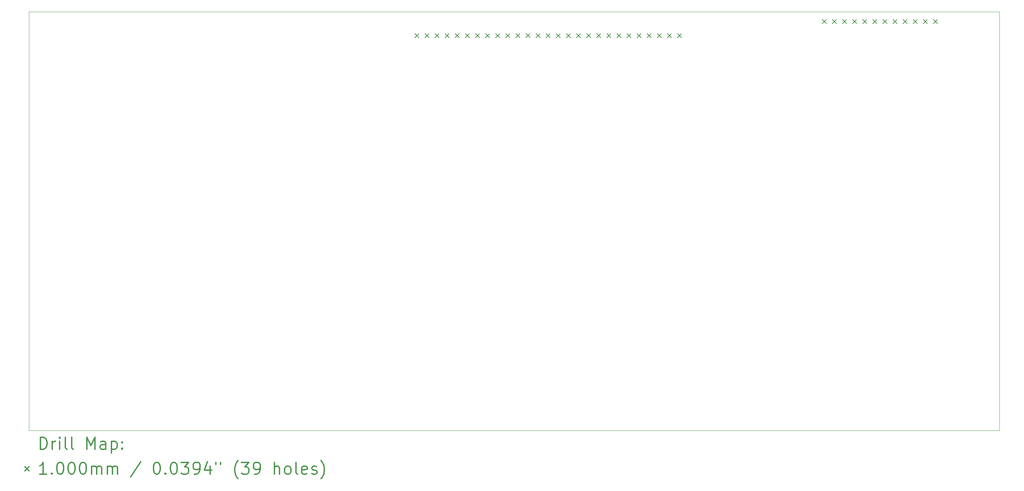
<source format=gbr>
%FSLAX45Y45*%
G04 Gerber Fmt 4.5, Leading zero omitted, Abs format (unit mm)*
G04 Created by KiCad (PCBNEW 5.1.10) date 2021-10-20 11:40:05*
%MOMM*%
%LPD*%
G01*
G04 APERTURE LIST*
%TA.AperFunction,Profile*%
%ADD10C,0.050000*%
%TD*%
%ADD11C,0.200000*%
%ADD12C,0.300000*%
G04 APERTURE END LIST*
D10*
X2250000Y-3000000D02*
X26650000Y-3000000D01*
X2250000Y-13550000D02*
X2250000Y-3000000D01*
X26650000Y-13550000D02*
X2250000Y-13550000D01*
X26650000Y-3000000D02*
X26650000Y-13550000D01*
D11*
X11950000Y-3550000D02*
X12050000Y-3650000D01*
X12050000Y-3550000D02*
X11950000Y-3650000D01*
X12204000Y-3550000D02*
X12304000Y-3650000D01*
X12304000Y-3550000D02*
X12204000Y-3650000D01*
X12458000Y-3550000D02*
X12558000Y-3650000D01*
X12558000Y-3550000D02*
X12458000Y-3650000D01*
X12712000Y-3550000D02*
X12812000Y-3650000D01*
X12812000Y-3550000D02*
X12712000Y-3650000D01*
X12966000Y-3550000D02*
X13066000Y-3650000D01*
X13066000Y-3550000D02*
X12966000Y-3650000D01*
X13220000Y-3550000D02*
X13320000Y-3650000D01*
X13320000Y-3550000D02*
X13220000Y-3650000D01*
X13474000Y-3550000D02*
X13574000Y-3650000D01*
X13574000Y-3550000D02*
X13474000Y-3650000D01*
X13728000Y-3550000D02*
X13828000Y-3650000D01*
X13828000Y-3550000D02*
X13728000Y-3650000D01*
X13982000Y-3550000D02*
X14082000Y-3650000D01*
X14082000Y-3550000D02*
X13982000Y-3650000D01*
X14236000Y-3550000D02*
X14336000Y-3650000D01*
X14336000Y-3550000D02*
X14236000Y-3650000D01*
X14490000Y-3550000D02*
X14590000Y-3650000D01*
X14590000Y-3550000D02*
X14490000Y-3650000D01*
X14744000Y-3550000D02*
X14844000Y-3650000D01*
X14844000Y-3550000D02*
X14744000Y-3650000D01*
X14998000Y-3550000D02*
X15098000Y-3650000D01*
X15098000Y-3550000D02*
X14998000Y-3650000D01*
X15252000Y-3550000D02*
X15352000Y-3650000D01*
X15352000Y-3550000D02*
X15252000Y-3650000D01*
X15506000Y-3550000D02*
X15606000Y-3650000D01*
X15606000Y-3550000D02*
X15506000Y-3650000D01*
X15760000Y-3550000D02*
X15860000Y-3650000D01*
X15860000Y-3550000D02*
X15760000Y-3650000D01*
X16014000Y-3550000D02*
X16114000Y-3650000D01*
X16114000Y-3550000D02*
X16014000Y-3650000D01*
X16268000Y-3550000D02*
X16368000Y-3650000D01*
X16368000Y-3550000D02*
X16268000Y-3650000D01*
X16522000Y-3550000D02*
X16622000Y-3650000D01*
X16622000Y-3550000D02*
X16522000Y-3650000D01*
X16776000Y-3550000D02*
X16876000Y-3650000D01*
X16876000Y-3550000D02*
X16776000Y-3650000D01*
X17030000Y-3550000D02*
X17130000Y-3650000D01*
X17130000Y-3550000D02*
X17030000Y-3650000D01*
X17284000Y-3550000D02*
X17384000Y-3650000D01*
X17384000Y-3550000D02*
X17284000Y-3650000D01*
X17538000Y-3550000D02*
X17638000Y-3650000D01*
X17638000Y-3550000D02*
X17538000Y-3650000D01*
X17792000Y-3550000D02*
X17892000Y-3650000D01*
X17892000Y-3550000D02*
X17792000Y-3650000D01*
X18046000Y-3550000D02*
X18146000Y-3650000D01*
X18146000Y-3550000D02*
X18046000Y-3650000D01*
X18300000Y-3550000D02*
X18400000Y-3650000D01*
X18400000Y-3550000D02*
X18300000Y-3650000D01*
X18554000Y-3550000D02*
X18654000Y-3650000D01*
X18654000Y-3550000D02*
X18554000Y-3650000D01*
X22193352Y-3192812D02*
X22293352Y-3292812D01*
X22293352Y-3192812D02*
X22193352Y-3292812D01*
X22447351Y-3192812D02*
X22547351Y-3292812D01*
X22547351Y-3192812D02*
X22447351Y-3292812D01*
X22701351Y-3192812D02*
X22801351Y-3292812D01*
X22801351Y-3192812D02*
X22701351Y-3292812D01*
X22955351Y-3192812D02*
X23055351Y-3292812D01*
X23055351Y-3192812D02*
X22955351Y-3292812D01*
X23209351Y-3192812D02*
X23309351Y-3292812D01*
X23309351Y-3192812D02*
X23209351Y-3292812D01*
X23463351Y-3192812D02*
X23563351Y-3292812D01*
X23563351Y-3192812D02*
X23463351Y-3292812D01*
X23717351Y-3192812D02*
X23817351Y-3292812D01*
X23817351Y-3192812D02*
X23717351Y-3292812D01*
X23971351Y-3192812D02*
X24071351Y-3292812D01*
X24071351Y-3192812D02*
X23971351Y-3292812D01*
X24225351Y-3192812D02*
X24325351Y-3292812D01*
X24325351Y-3192812D02*
X24225351Y-3292812D01*
X24479351Y-3192812D02*
X24579351Y-3292812D01*
X24579351Y-3192812D02*
X24479351Y-3292812D01*
X24733351Y-3192812D02*
X24833351Y-3292812D01*
X24833351Y-3192812D02*
X24733351Y-3292812D01*
X24987351Y-3192812D02*
X25087351Y-3292812D01*
X25087351Y-3192812D02*
X24987351Y-3292812D01*
D12*
X2533928Y-14018214D02*
X2533928Y-13718214D01*
X2605357Y-13718214D01*
X2648214Y-13732500D01*
X2676786Y-13761071D01*
X2691071Y-13789643D01*
X2705357Y-13846786D01*
X2705357Y-13889643D01*
X2691071Y-13946786D01*
X2676786Y-13975357D01*
X2648214Y-14003929D01*
X2605357Y-14018214D01*
X2533928Y-14018214D01*
X2833928Y-14018214D02*
X2833928Y-13818214D01*
X2833928Y-13875357D02*
X2848214Y-13846786D01*
X2862500Y-13832500D01*
X2891071Y-13818214D01*
X2919643Y-13818214D01*
X3019643Y-14018214D02*
X3019643Y-13818214D01*
X3019643Y-13718214D02*
X3005357Y-13732500D01*
X3019643Y-13746786D01*
X3033928Y-13732500D01*
X3019643Y-13718214D01*
X3019643Y-13746786D01*
X3205357Y-14018214D02*
X3176786Y-14003929D01*
X3162500Y-13975357D01*
X3162500Y-13718214D01*
X3362500Y-14018214D02*
X3333928Y-14003929D01*
X3319643Y-13975357D01*
X3319643Y-13718214D01*
X3705357Y-14018214D02*
X3705357Y-13718214D01*
X3805357Y-13932500D01*
X3905357Y-13718214D01*
X3905357Y-14018214D01*
X4176786Y-14018214D02*
X4176786Y-13861071D01*
X4162500Y-13832500D01*
X4133928Y-13818214D01*
X4076786Y-13818214D01*
X4048214Y-13832500D01*
X4176786Y-14003929D02*
X4148214Y-14018214D01*
X4076786Y-14018214D01*
X4048214Y-14003929D01*
X4033928Y-13975357D01*
X4033928Y-13946786D01*
X4048214Y-13918214D01*
X4076786Y-13903929D01*
X4148214Y-13903929D01*
X4176786Y-13889643D01*
X4319643Y-13818214D02*
X4319643Y-14118214D01*
X4319643Y-13832500D02*
X4348214Y-13818214D01*
X4405357Y-13818214D01*
X4433928Y-13832500D01*
X4448214Y-13846786D01*
X4462500Y-13875357D01*
X4462500Y-13961071D01*
X4448214Y-13989643D01*
X4433928Y-14003929D01*
X4405357Y-14018214D01*
X4348214Y-14018214D01*
X4319643Y-14003929D01*
X4591071Y-13989643D02*
X4605357Y-14003929D01*
X4591071Y-14018214D01*
X4576786Y-14003929D01*
X4591071Y-13989643D01*
X4591071Y-14018214D01*
X4591071Y-13832500D02*
X4605357Y-13846786D01*
X4591071Y-13861071D01*
X4576786Y-13846786D01*
X4591071Y-13832500D01*
X4591071Y-13861071D01*
X2147500Y-14462500D02*
X2247500Y-14562500D01*
X2247500Y-14462500D02*
X2147500Y-14562500D01*
X2691071Y-14648214D02*
X2519643Y-14648214D01*
X2605357Y-14648214D02*
X2605357Y-14348214D01*
X2576786Y-14391071D01*
X2548214Y-14419643D01*
X2519643Y-14433929D01*
X2819643Y-14619643D02*
X2833928Y-14633929D01*
X2819643Y-14648214D01*
X2805357Y-14633929D01*
X2819643Y-14619643D01*
X2819643Y-14648214D01*
X3019643Y-14348214D02*
X3048214Y-14348214D01*
X3076786Y-14362500D01*
X3091071Y-14376786D01*
X3105357Y-14405357D01*
X3119643Y-14462500D01*
X3119643Y-14533929D01*
X3105357Y-14591071D01*
X3091071Y-14619643D01*
X3076786Y-14633929D01*
X3048214Y-14648214D01*
X3019643Y-14648214D01*
X2991071Y-14633929D01*
X2976786Y-14619643D01*
X2962500Y-14591071D01*
X2948214Y-14533929D01*
X2948214Y-14462500D01*
X2962500Y-14405357D01*
X2976786Y-14376786D01*
X2991071Y-14362500D01*
X3019643Y-14348214D01*
X3305357Y-14348214D02*
X3333928Y-14348214D01*
X3362500Y-14362500D01*
X3376786Y-14376786D01*
X3391071Y-14405357D01*
X3405357Y-14462500D01*
X3405357Y-14533929D01*
X3391071Y-14591071D01*
X3376786Y-14619643D01*
X3362500Y-14633929D01*
X3333928Y-14648214D01*
X3305357Y-14648214D01*
X3276786Y-14633929D01*
X3262500Y-14619643D01*
X3248214Y-14591071D01*
X3233928Y-14533929D01*
X3233928Y-14462500D01*
X3248214Y-14405357D01*
X3262500Y-14376786D01*
X3276786Y-14362500D01*
X3305357Y-14348214D01*
X3591071Y-14348214D02*
X3619643Y-14348214D01*
X3648214Y-14362500D01*
X3662500Y-14376786D01*
X3676786Y-14405357D01*
X3691071Y-14462500D01*
X3691071Y-14533929D01*
X3676786Y-14591071D01*
X3662500Y-14619643D01*
X3648214Y-14633929D01*
X3619643Y-14648214D01*
X3591071Y-14648214D01*
X3562500Y-14633929D01*
X3548214Y-14619643D01*
X3533928Y-14591071D01*
X3519643Y-14533929D01*
X3519643Y-14462500D01*
X3533928Y-14405357D01*
X3548214Y-14376786D01*
X3562500Y-14362500D01*
X3591071Y-14348214D01*
X3819643Y-14648214D02*
X3819643Y-14448214D01*
X3819643Y-14476786D02*
X3833928Y-14462500D01*
X3862500Y-14448214D01*
X3905357Y-14448214D01*
X3933928Y-14462500D01*
X3948214Y-14491071D01*
X3948214Y-14648214D01*
X3948214Y-14491071D02*
X3962500Y-14462500D01*
X3991071Y-14448214D01*
X4033928Y-14448214D01*
X4062500Y-14462500D01*
X4076786Y-14491071D01*
X4076786Y-14648214D01*
X4219643Y-14648214D02*
X4219643Y-14448214D01*
X4219643Y-14476786D02*
X4233928Y-14462500D01*
X4262500Y-14448214D01*
X4305357Y-14448214D01*
X4333928Y-14462500D01*
X4348214Y-14491071D01*
X4348214Y-14648214D01*
X4348214Y-14491071D02*
X4362500Y-14462500D01*
X4391071Y-14448214D01*
X4433928Y-14448214D01*
X4462500Y-14462500D01*
X4476786Y-14491071D01*
X4476786Y-14648214D01*
X5062500Y-14333929D02*
X4805357Y-14719643D01*
X5448214Y-14348214D02*
X5476786Y-14348214D01*
X5505357Y-14362500D01*
X5519643Y-14376786D01*
X5533928Y-14405357D01*
X5548214Y-14462500D01*
X5548214Y-14533929D01*
X5533928Y-14591071D01*
X5519643Y-14619643D01*
X5505357Y-14633929D01*
X5476786Y-14648214D01*
X5448214Y-14648214D01*
X5419643Y-14633929D01*
X5405357Y-14619643D01*
X5391071Y-14591071D01*
X5376786Y-14533929D01*
X5376786Y-14462500D01*
X5391071Y-14405357D01*
X5405357Y-14376786D01*
X5419643Y-14362500D01*
X5448214Y-14348214D01*
X5676786Y-14619643D02*
X5691071Y-14633929D01*
X5676786Y-14648214D01*
X5662500Y-14633929D01*
X5676786Y-14619643D01*
X5676786Y-14648214D01*
X5876786Y-14348214D02*
X5905357Y-14348214D01*
X5933928Y-14362500D01*
X5948214Y-14376786D01*
X5962500Y-14405357D01*
X5976786Y-14462500D01*
X5976786Y-14533929D01*
X5962500Y-14591071D01*
X5948214Y-14619643D01*
X5933928Y-14633929D01*
X5905357Y-14648214D01*
X5876786Y-14648214D01*
X5848214Y-14633929D01*
X5833928Y-14619643D01*
X5819643Y-14591071D01*
X5805357Y-14533929D01*
X5805357Y-14462500D01*
X5819643Y-14405357D01*
X5833928Y-14376786D01*
X5848214Y-14362500D01*
X5876786Y-14348214D01*
X6076786Y-14348214D02*
X6262500Y-14348214D01*
X6162500Y-14462500D01*
X6205357Y-14462500D01*
X6233928Y-14476786D01*
X6248214Y-14491071D01*
X6262500Y-14519643D01*
X6262500Y-14591071D01*
X6248214Y-14619643D01*
X6233928Y-14633929D01*
X6205357Y-14648214D01*
X6119643Y-14648214D01*
X6091071Y-14633929D01*
X6076786Y-14619643D01*
X6405357Y-14648214D02*
X6462500Y-14648214D01*
X6491071Y-14633929D01*
X6505357Y-14619643D01*
X6533928Y-14576786D01*
X6548214Y-14519643D01*
X6548214Y-14405357D01*
X6533928Y-14376786D01*
X6519643Y-14362500D01*
X6491071Y-14348214D01*
X6433928Y-14348214D01*
X6405357Y-14362500D01*
X6391071Y-14376786D01*
X6376786Y-14405357D01*
X6376786Y-14476786D01*
X6391071Y-14505357D01*
X6405357Y-14519643D01*
X6433928Y-14533929D01*
X6491071Y-14533929D01*
X6519643Y-14519643D01*
X6533928Y-14505357D01*
X6548214Y-14476786D01*
X6805357Y-14448214D02*
X6805357Y-14648214D01*
X6733928Y-14333929D02*
X6662500Y-14548214D01*
X6848214Y-14548214D01*
X6948214Y-14348214D02*
X6948214Y-14405357D01*
X7062500Y-14348214D02*
X7062500Y-14405357D01*
X7505357Y-14762500D02*
X7491071Y-14748214D01*
X7462500Y-14705357D01*
X7448214Y-14676786D01*
X7433928Y-14633929D01*
X7419643Y-14562500D01*
X7419643Y-14505357D01*
X7433928Y-14433929D01*
X7448214Y-14391071D01*
X7462500Y-14362500D01*
X7491071Y-14319643D01*
X7505357Y-14305357D01*
X7591071Y-14348214D02*
X7776786Y-14348214D01*
X7676786Y-14462500D01*
X7719643Y-14462500D01*
X7748214Y-14476786D01*
X7762500Y-14491071D01*
X7776786Y-14519643D01*
X7776786Y-14591071D01*
X7762500Y-14619643D01*
X7748214Y-14633929D01*
X7719643Y-14648214D01*
X7633928Y-14648214D01*
X7605357Y-14633929D01*
X7591071Y-14619643D01*
X7919643Y-14648214D02*
X7976786Y-14648214D01*
X8005357Y-14633929D01*
X8019643Y-14619643D01*
X8048214Y-14576786D01*
X8062500Y-14519643D01*
X8062500Y-14405357D01*
X8048214Y-14376786D01*
X8033928Y-14362500D01*
X8005357Y-14348214D01*
X7948214Y-14348214D01*
X7919643Y-14362500D01*
X7905357Y-14376786D01*
X7891071Y-14405357D01*
X7891071Y-14476786D01*
X7905357Y-14505357D01*
X7919643Y-14519643D01*
X7948214Y-14533929D01*
X8005357Y-14533929D01*
X8033928Y-14519643D01*
X8048214Y-14505357D01*
X8062500Y-14476786D01*
X8419643Y-14648214D02*
X8419643Y-14348214D01*
X8548214Y-14648214D02*
X8548214Y-14491071D01*
X8533928Y-14462500D01*
X8505357Y-14448214D01*
X8462500Y-14448214D01*
X8433928Y-14462500D01*
X8419643Y-14476786D01*
X8733928Y-14648214D02*
X8705357Y-14633929D01*
X8691071Y-14619643D01*
X8676786Y-14591071D01*
X8676786Y-14505357D01*
X8691071Y-14476786D01*
X8705357Y-14462500D01*
X8733928Y-14448214D01*
X8776786Y-14448214D01*
X8805357Y-14462500D01*
X8819643Y-14476786D01*
X8833928Y-14505357D01*
X8833928Y-14591071D01*
X8819643Y-14619643D01*
X8805357Y-14633929D01*
X8776786Y-14648214D01*
X8733928Y-14648214D01*
X9005357Y-14648214D02*
X8976786Y-14633929D01*
X8962500Y-14605357D01*
X8962500Y-14348214D01*
X9233928Y-14633929D02*
X9205357Y-14648214D01*
X9148214Y-14648214D01*
X9119643Y-14633929D01*
X9105357Y-14605357D01*
X9105357Y-14491071D01*
X9119643Y-14462500D01*
X9148214Y-14448214D01*
X9205357Y-14448214D01*
X9233928Y-14462500D01*
X9248214Y-14491071D01*
X9248214Y-14519643D01*
X9105357Y-14548214D01*
X9362500Y-14633929D02*
X9391071Y-14648214D01*
X9448214Y-14648214D01*
X9476786Y-14633929D01*
X9491071Y-14605357D01*
X9491071Y-14591071D01*
X9476786Y-14562500D01*
X9448214Y-14548214D01*
X9405357Y-14548214D01*
X9376786Y-14533929D01*
X9362500Y-14505357D01*
X9362500Y-14491071D01*
X9376786Y-14462500D01*
X9405357Y-14448214D01*
X9448214Y-14448214D01*
X9476786Y-14462500D01*
X9591071Y-14762500D02*
X9605357Y-14748214D01*
X9633928Y-14705357D01*
X9648214Y-14676786D01*
X9662500Y-14633929D01*
X9676786Y-14562500D01*
X9676786Y-14505357D01*
X9662500Y-14433929D01*
X9648214Y-14391071D01*
X9633928Y-14362500D01*
X9605357Y-14319643D01*
X9591071Y-14305357D01*
M02*

</source>
